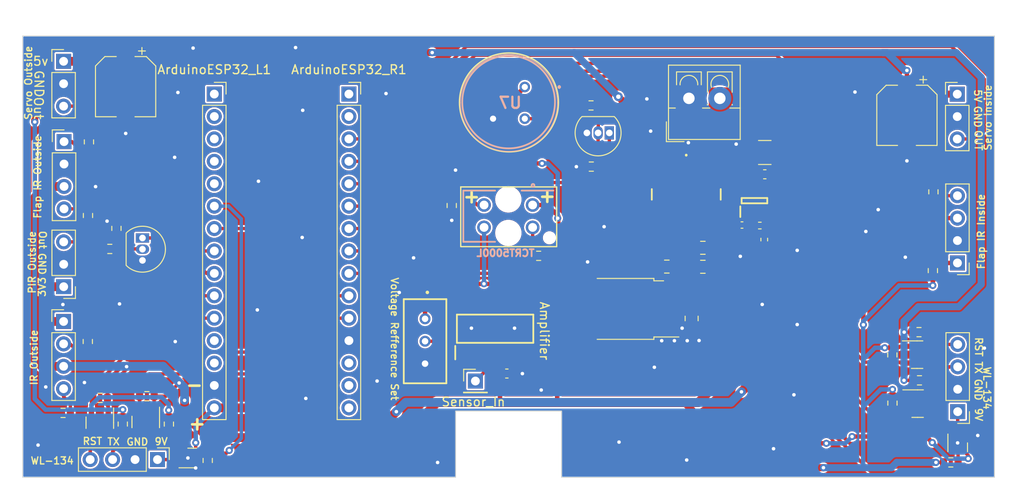
<source format=kicad_pcb>
(kicad_pcb (version 20240108) (generator "pcbnew") (generator_version "8.0")
  (layers (0 "F.Cu" signal) (31 "B.Cu" signal) (34 "B.Paste" user) (35 "F.Paste" user) (36 "B.SilkS" user "B.Silkscreen") (37 "F.SilkS" user "F.Silkscreen") (38 "B.Mask" user) (39 "F.Mask" user) (44 "Edge.Cuts" user))
  (net 0 "")
  (net 13 "Servo_Outside_PWM")
  (net 14 "Flap_IR_Outside")
  (net 15 "PIR_Outside")
  (net 16 "GND")
  (net 17 "+9V")
  (net 18 "RFID_Outside_3v3VIN")
  (net 19 "RFID_Inside_3v3VIN")
  (net 20 "RFID_Inside_3.3VRST")
  (net 21 "RFID_Outside_3.3VRST")
  (net 22 "IR_Outside")
  (net 23 "TCRT5000L")
  (net 24 "Flap_IR_Inside")
  (net 25 "PIR_IN1")
  (net 26 "Servo_Inside_PWM")
  (net 27 "+5V")
  (net 28 "+3V3")
  (net 29 "/SW")
  (net 30 "/CB")
  (net 31 "Net-(J2-Pin_4)")
  (net 32 "Net-(P1-In)")
  (net 33 "Net-(P2-E+)")
  (net 34 "Net-(P4-E+)")
  (net 35 "RFID_Inside_Vin")
  (net 36 "RFID_Inside_5VIN")
  (net 37 "RFID_Inside_5VRST")
  (net 38 "RFID_Outside_Vin")
  (net 39 "RFID_Outside_5VIN")
  (net 40 "RFID_Outside_5VRST")
  (net 41 "Net-(Q5-B)")
  (net 42 "Net-(Q6-B)")
  (net 43 "Net-(R1-Pad1)")
  (net 44 "/FB")
  (net 45 "RFID-Inside-EN")
  (net 46 "RFID-Outside-EN")
  (net 49 "/PIR_Out")
  (net 50 "Amplifier_Out")
  (net 51 "Net-(U4A--)")
  (net 52 "Net-(J3-Pin_1)")
  (footprint "Resistor_SMD:R_0603_1608Metric" (layer "F.Cu") (at 111.32 143.975 -90)
    (property "Reference" "R6" (hide yes))
    (property "Value" "10k" (hide yes))
  )
  (footprint "Capacitor_SMD:C_1210_3225Metric" (layer "F.Cu") (at 184 113.2)
    (property "Reference" "C4" (hide yes))
    (property "Value" "4.7u" (hide yes))
  )
  (footprint "Capacitor_SMD:C_0402_1005Metric" (layer "F.Cu") (at 181.42 121.42)
    (property "Reference" "C3" (hide yes))
    (property "Value" "100n" (hide yes))
  )
  (footprint "Resistor_SMD:R_0603_1608Metric" (layer "F.Cu") (at 104.56 142.71 180)
    (property "Reference" "R26" (hide yes))
    (property "Value" "200R" (hide yes))
  )
  (footprint "Connector_PinHeader_2.54mm:PinHeader_1x04_P2.54mm_Vertical" (layer "F.Cu") (at 104.62 132.35)
    (property "Reference" "J2" (hide yes))
    (property "Value" "Screw_Terminal_01x04" (hide yes))
  )
  (footprint "Package_TO_SOT_SMD:SOT-23" (layer "F.Cu") (at 108.72 143.82 -90)
    (property "Reference" "Q4" (hide yes))
    (property "Value" "BSS138" (hide yes))
  )
  (footprint "Resistor_SMD:R_0402_1005Metric" (layer "F.Cu") (at 183.44 121.48 180)
    (property "Reference" "R23" (hide yes))
    (property "Value" "22.1k" (hide yes))
  )
  (footprint "Resistor_SMD:R_0603_1608Metric" (layer "F.Cu") (at 205.06 148.32)
    (property "Reference" "R15" (hide yes))
    (property "Value" "10k" (hide yes))
  )
  (footprint "Alexander Project1:LMR54410DBVR" (layer "F.Cu") (at 182.83 118.66 90)
    (property "Reference" "U6" (hide yes))
    (property "Value" "LMR54410DBVR" (hide yes))
  )
  (footprint "Connector_PinHeader_2.54mm:PinHeader_1x04_P2.54mm_Vertical" (layer "F.Cu") (at 115.25 148 -90)
    (property "Reference" "P10" (hide yes))
    (property "Value" "RFID OutSide" (hide yes))
  )
  (footprint "Resistor_SMD:R_0603_1608Metric" (layer "F.Cu") (at 107.38 120.34 -90)
    (property "Reference" "R22" (hide yes))
    (property "Value" "10k" (hide yes))
  )
  (footprint "Capacitor_SMD:C_0805_2012Metric" (layer "F.Cu") (at 172.91 126.13 180)
    (property "Reference" "C1" (hide yes))
    (property "Value" "10u" (hide yes))
  )
  (footprint "Package_SON:WSON-6-1EP_2x2mm_P0.65mm_EP1x1.6mm" (layer "F.Cu") (at 118.6825 147.82)
    (property "Reference" "U1" (hide yes))
    (property "Value" "TPS22810DRV" (hide yes))
  )
  (footprint "Resistor_SMD:R_0603_1608Metric" (layer "F.Cu") (at 120.935 148.1 90)
    (property "Reference" "R20" (hide yes))
    (property "Value" "10k" (hide yes))
  )
  (footprint "Resistor_SMD:R_0603_1608Metric" (layer "F.Cu") (at 107.49 112 90)
    (property "Reference" "R21" (hide yes))
    (property "Value" "566R" (hide yes))
  )
  (footprint "Connector_PinHeader_2.54mm:PinHeader_1x04_P2.54mm_Vertical" (layer "F.Cu") (at 205.81 125.72 180)
    (property "Reference" "P2" (hide yes))
    (property "Value" "Flap IR Inside")
  )
  (footprint "Package_TO_SOT_SMD:SOT-23" (layer "F.Cu") (at 113.92 143.7375 -90)
    (property "Reference" "Q3" (hide yes))
    (property "Value" "BSS138" (hide yes))
  )
  (footprint "TerminalBlock_4Ucon:TerminalBlock_4Ucon_1x02_P3.50mm_Vertical" (layer "F.Cu") (at 175.41 107.065)
    (property "Reference" "J1" (hide yes))
    (property "Value" "Screw_Terminal_01x02" (hide yes))
  )
  (footprint "Resistor_SMD:R_0603_1608Metric" (layer "F.Cu") (at 114.05 140.8175 180)
    (property "Reference" "R16" (hide yes))
    (property "Value" "10k" (hide yes))
  )
  (footprint "Resistor_SMD:R_0603_1608Metric" (layer "F.Cu") (at 110.6 121.8 90)
    (property "Reference" "R9" (hide yes))
    (property "Value" "33k" (hide yes))
  )
  (footprint "Connector_PinSocket_2.54mm:PinSocket_1x15_P2.54mm_Vertical" (layer "F.Cu") (at 121.68 106.58)
    (property "Reference" "ArduinoESP32_L1")
    (property "Value" "VIN-D13")
  )
  (footprint "Resistor_SMD:R_0603_1608Metric" (layer "F.Cu") (at 148.56 119.21 -90)
    (property "Reference" "R1" (hide yes))
    (property "Value" "200R" (hide yes))
  )
  (footprint "Package_TO_SOT_SMD:TO-252-3_TabPin2" (layer "F.Cu") (at 168.135 130.925 180)
    (property "Reference" "U3" (hide yes))
    (property "Value" "LM1117DT-3.3" (hide yes))
  )
  (footprint "Connector_PinHeader_2.54mm:PinHeader_1x03_P2.54mm_Vertical" (layer "F.Cu") (at 104.62 102.87)
    (property "Reference" "P12" (hide yes))
    (property "Value" "Servo Outside" (hide yes))
  )
  (footprint "Resistor_SMD:R_0603_1608Metric" (layer "F.Cu") (at 107.36 134.62 90)
    (property "Reference" "R25" (hide yes))
    (property "Value" "10k" (hide yes))
  )
  (footprint "Capacitor_SMD:C_0805_2012Metric" (layer "F.Cu") (at 175.72 132.01 -90)
    (property "Reference" "C2" (hide yes))
    (property "Value" "10u" (hide yes))
  )
  (footprint "Resistor_SMD:R_0603_1608Metric" (layer "F.Cu") (at 201.4575 133.56)
    (property "Reference" "R14" (hide yes))
    (property "Value" "10k" (hide yes))
  )
  (footprint "Alexander Project1:SDR0805120ML" (layer "F.Cu") (at 175.11 117.95 180)
    (property "Reference" "L1" (hide yes))
    (property "Value" "12u" (hide yes))
  )
  (footprint "Package_TO_SOT_THT:TO-92_Inline" (layer "F.Cu") (at 166.4 110.98 180)
    (property "Reference" "Q6" (hide yes))
    (property "Value" "BC546B" (hide yes))
  )
  (footprint "Capacitor_SMD:CP_Elec_6.3x7.7" (layer "F.Cu") (at 111.64 105.74 -90)
    (property "Reference" "C8" (hide yes))
    (property "Value" "100u" (hide yes))
  )
  (footprint "Resistor_SMD:R_0402_1005Metric" (layer "F.Cu") (at 183.94 123.07 90)
    (property "Reference" "R10" (hide yes))
    (property "Value" "118k" (hide yes))
  )
  (footprint "Capacitor_SMD:C_0603_1608Metric" (layer "F.Cu") (at 154.8 138.25)
    (property "Reference" "C10" (hide yes))
    (property "Value" "100n" (hide yes))
  )
  (footprint "Resistor_SMD:R_0603_1608Metric" (layer "F.Cu") (at 116.54 143.9775 -90)
    (property "Reference" "R18" (hide yes))
    (property "Value" "10k" (hide yes))
  )
  (footprint "Resistor_SMD:R_0603_1608Metric" (layer "F.Cu") (at 203.09 117.66 90)
    (property "Reference" "R24" (hide yes))
    (property "Value" "10k" (hide yes))
  )
  (footprint "Resistor_SMD:R_0603_1608Metric" (layer "F.Cu") (at 164.36 114.8 180)
    (property "Reference" "R7" (hide yes))
    (property "Value" "33k" (hide yes))
  )
  (footprint "Resistor_SMD:R_0603_1608Metric" (layer "F.Cu") (at 198.4525 141.6 -90)
    (property "Reference" "R11" (hide yes))
    (property "Value" "10k" (hide yes))
  )
  (footprint "Connector_PinHeader_2.54mm:PinHeader_1x04_P2.54mm_Vertical" (layer "F.Cu") (at 104.67 111.97)
    (property "Reference" "P4" (hide yes))
    (property "Value" "Flap IR Outside")
  )
  (footprint "Alexander Project1:SOIC127P600X175-14N" (layer "F.Cu") (at 153.47 133.17 90)
    (property "Reference" "U4" (hide yes))
    (property "Value" "LM324" (hide yes))
  )
  (footprint "Connector_PinHeader_2.54mm:PinHeader_1x04_P2.54mm_Vertical" (layer "F.Cu") (at 205.84 142.57 180)
    (property "Reference" "P9" (hide yes))
    (property "Value" "RFID Inside" (hide yes))
  )
  (footprint "Capacitor_SMD:CP_Elec_6.3x7.7" (layer "F.Cu") (at 200.09 108.99 -90)
    (property "Reference" "C9" (hide yes))
    (property "Value" "100u" (hide yes))
  )
  (footprint "Resistor_SMD:R_0603_1608Metric" (layer "F.Cu") (at 198.4425 136.14 -90)
    (property "Reference" "R13" (hide yes))
    (property "Value" "10k" (hide yes))
  )
  (footprint "Capacitor_SMD:C_0805_2012Metric" (layer "F.Cu") (at 176.99 126.15)
    (property "Reference" "C7" (hide yes))
    (property "Value" "10u" (hide yes))
  )
  (footprint "Package_SON:WSON-6-1EP_2x2mm_P0.65mm_EP1x1.6mm" (layer "F.Cu") (at 205.84 146.1075 -90)
    (property "Reference" "U2" (hide yes))
    (property "Value" "TPS22810DRV" (hide yes))
  )
  (footprint "Connector_PinHeader_2.54mm:PinHeader_1x03_P2.54mm_Vertical" (layer "F.Cu") (at 104.63 128.41 180)
    (property "Reference" "P1" (hide yes))
    (property "Value" "PIR Outside" (hide yes))
  )
  (footprint "Package_TO_SOT_SMD:SOT-23" (layer "F.Cu") (at 201.2425 136.11)
    (property "Reference" "Q2" (hide yes))
    (property "Value" "BSS138" (hide yes))
  )
  (footprint "Connector_PinHeader_2.54mm:PinHeader_1x01_P2.54mm_Vertical" (layer "F.Cu") (at 151.24 139.1)
    (property "Reference" "J3" (hide yes))
    (property "Value" "Screw_Terminal_01x01" (hide yes))
  )
  (footprint "Connector_PinHeader_2.54mm:PinHeader_1x03_P2.54mm_Vertical" (layer "F.Cu") (at 205.79 106.59)
    (property "Reference" "P11" (hide yes))
    (property "Value" "Servo Inside" (hide yes))
  )
  (footprint "Resistor_SMD:R_0603_1608Metric" (layer "F.Cu") (at 158.4 124.91)
    (property "Reference" "R3" (hide yes))
    (property "Value" "10k" (hide yes))
  )
  (footprint "Package_TO_SOT_THT:TO-92_Inline" (layer "F.Cu") (at 113.55 122.89 -90)
    (property "Reference" "Q5" (hide yes))
    (property "Value" "BC546B" (hide yes))
  )
  (footprint "Resistor_SMD:R_0603_1608Metric" (layer "F.Cu") (at 109.85 124.13)
    (property "Reference" "R8" (hide yes))
    (property "Value" "33k" (hide yes))
  )
  (footprint "Capacitor_SMD:C_0603_1608Metric" (layer "F.Cu") (at 184 115.67)
    (property "Reference" "C6" (hide yes))
    (property "Value" "100n" (hide yes))
  )
  (footprint "Resistor_SMD:R_0603_1608Metric" (layer "F.Cu") (at 164.33 107.87)
    (property "Reference" "R2" (hide yes))
    (property "Value" "33k" (hide yes))
  )
  (footprint "Resistor_SMD:R_0603_1608Metric" (layer "F.Cu") (at 203.03 126.585 -90)
    (property "Reference" "R5" (hide yes))
    (property "Value" "566R" (hide yes))
  )
  (footprint "Capacitor_SMD:C_0805_2012Metric" (layer "F.Cu") (at 176.99 124)
    (property "Reference" "C5" (hide yes))
    (property "Value" "10u" (hide yes))
  )
  (footprint "Alexander Project1:3296W-1" (layer "F.Cu") (at 145.54 134.59 -90)
    (property "Reference" "RV1" (hide yes))
    (property "Value" "10k" (hide yes))
  )
  (footprint "Resistor_SMD:R_0603_1608Metric" (layer "F.Cu") (at 108.76 141.01 180)
    (property "Reference" "R4" (hide yes))
    (property "Value" "10k" (hide yes))
  )
  (footprint "Package_TO_SOT_SMD:SOT-23" (layer "F.Cu") (at 201.3025 141.66)
    (property "Reference" "Q1" (hide yes))
    (property "Value" "BSS138" (hide yes))
  )
  (footprint "Connector_PinSocket_2.54mm:PinSocket_1x15_P2.54mm_Vertical" (layer "F.Cu") (at 136.92 106.58)
    (property "Reference" "ArduinoESP32_R1")
    (property "Value" "Pin TX1-D12")
  )
  (footprint "Resistor_SMD:R_0603_1608Metric" (layer "F.Cu") (at 201.5125 139.02)
    (property "Reference" "R12" (hide yes))
    (property "Value" "10k" (hide yes))
  )
  (footprint "Alexander Project1:AMN33111" (layer "B.Cu") (at 156.83 105.778 180)
    (property "Reference" "U7")
    (property "Value" "AMN33111" (hide yes))
  )
  (footprint "Alexander Project1:TCRT5000L" (layer "B.Cu") (at 154.97 120.42 180)
    (property "Reference" "U5" (hide yes))
    (property "Value" "TCRT5000L")
  )
  (gr_circle (center 155 107.484) (end 160.25 107.484) (stroke (width 0.2)) (fill none) (layer "B.SilkS"))
  (gr_rect (start 149.58 117.1) (end 160.44 123.87) (stroke (width 0.15)) (fill none) (layer "F.SilkS"))
  (gr_circle (center 155.04 107.525301) (end 158.17 112.175301) (stroke (width 0.15)) (fill none) (layer "F.SilkS"))
  (gr_line (start 149 150) (end 100 150) (stroke (width 0.1)) (layer "Edge.Cuts"))
  (gr_line (start 210 100) (end 210 150) (stroke (width 0.1)) (layer "Edge.Cuts"))
  (gr_line (start 100 150) (end 100 100) (stroke (width 0.1)) (layer "Edge.Cuts"))
  (gr_line (start 100 100) (end 210 100) (stroke (width 0.1)) (layer "Edge.Cuts"))
  (gr_line (start 149 150) (end 149 142.5) (stroke (width 0.1)) (layer "Edge.Cuts"))
  (gr_line (start 161 142.5) (end 161 150) (stroke (width 0.1)) (layer "Edge.Cuts"))
  (gr_line (start 161 150) (end 210 150) (stroke (width 0.1)) (layer "Edge.Cuts"))
  (gr_line (start 149 142.5) (end 161 142.5) (stroke (width 0.1)) (layer "Edge.Cuts"))
  (gr_text "WL-134" (at 100.81 148.6 0) (layer "F.SilkS") (effects (font (size 0.8 0.8)) (justify left bottom)))
  (gr_text "5v" (at 101.07 103.44 0) (layer "F.SilkS") (effects (font (size 1 1)) (justify left bottom)))
  (gr_text "RST" (at 207.75 134.05 -90) (layer "F.SilkS") (effects (font (size 0.8 0.8)) (justify left bottom)))
  (gr_text "TX" (at 207.73 136.79 -90) (layer "F.SilkS") (effects (font (size 0.8 0.8)) (justify left bottom)))
  (gr_text "GND" (at 101.7 124.5 270) (layer "F.SilkS") (effects (font (size 0.8 0.8)) (justify left bottom)))
  (gr_text "TX" (at 109.49 146.44 0) (layer "F.SilkS") (effects (font (size 0.8 0.8)) (justify left bottom)))
  (gr_text "PIR Outside" (at 101.52 129.27 90) (layer "F.SilkS") (effects (font (size 0.8 0.8)) (justify left bottom)))
  (gr_text "GND" (at 207.64 107.83 -90) (layer "F.SilkS") (effects (font (size 0.8 0.8)) (justify left bottom)))
  (gr_text "IR Outside" (at 101.74 139.65 90) (layer "F.SilkS") (effects (font (size 0.8 0.8)) (justify left bottom)))
  (gr_text "GND" (at 207.7 138.76 -90) (layer "F.SilkS") (effects (font (size 0.8 0.8)) (justify left bottom)))
  (gr_text "Out" (at 101.77 122 270) (layer "F.SilkS") (effects (font (size 0.8 0.8)) (justify left bottom)))
  (gr_text "-\n" (at 118.304646 140.395551 0) (layer "F.SilkS") (effects (font (size 1.5 1.5) (thickness 0.3) (bold yes)) (justify left bottom)))
  (gr_text "9V" (at 207.75 142.08 270) (layer "F.SilkS") (effects (font (size 0.8 0.8)) (justify left bottom)))
  (gr_text "RST" (at 106.7 146.39 0) (layer "F.SilkS") (effects (font (size 0.8 0.8)) (justify left bottom)))
  (gr_text "+" (at 158.25066 118.989279 0) (layer "F.SilkS") (effects (font (size 1.5 1.5) (thickness 0.3) (bold yes)) (justify left bottom)))
  (gr_text "GND" (at 101.25 103.79 -90) (layer "F.SilkS") (effects (font (size 1 1)) (justify left bottom)))
  (gr_text "OUT" (at 207.71 110.59 -90) (layer "F.SilkS") (effects (font (size 0.8 0.8)) (justify left bottom)))
  (gr_text "+" (at 118.622319 144.777572 0) (layer "F.SilkS") (effects (font (size 1.5 1.5) (thickness 0.3) (bold yes)) (justify left bottom)))
  (gr_text "Servo Outside" (at 101.11 109.58 90) (layer "F.SilkS") (effects (font (size 0.8 0.8)) (justify left bottom)))
  (gr_text "Voltage Refference Set" (at 141.62 127.28 -90) (layer "F.SilkS") (effects (font (size 0.8 0.8)) (justify left bottom)))
  (gr_text "3V3" (at 102.65 129.64 90) (layer "F.SilkS") (effects (font (size 0.8 0.8)) (justify left bottom)))
  (gr_text "Out" (at 101.2 106.82 -90) (layer "F.SilkS") (effects (font (size 1 1)) (justify left bottom)))
  (gr_text "Sensor_In" (at 147.32 142.05 0) (layer "F.SilkS") (effects (font (size 1 1)) (justify left bottom)))
  (gr_text "Servo Inside" (at 209.73 113.06 90) (layer "F.SilkS") (effects (font (size 0.8 0.8)) (justify left bottom)))
  (gr_text "9V" (at 114.84 146.42 0) (layer "F.SilkS") (effects (font (size 0.8 0.8)) (justify left bottom)))
  (gr_text "WL-134" (at 208.69 137.38 -90) (layer "F.SilkS") (effects (font (size 0.8 0.8)) (justify left bottom)))
  (gr_text "Amplifier" (at 158.47 130.02 -90) (layer "F.SilkS") (effects (font (size 1 1)) (justify left bottom)))
  (gr_text "GND" (at 111.65 146.46 0) (layer "F.SilkS") (effects (font (size 0.8 0.8)) (justify left bottom)))
  (gr_text "+" (at 149.687753 119.039064 0) (layer "F.SilkS") (effects (font (size 1.5 1.5) (thickness 0.3) (bold yes)) (justify left bottom)))
  (gr_text "5V" (at 207.65 105.97 -90) (layer "F.SilkS") (effects (font (size 0.8 0.8)) (justify left bottom)))
  (segment (start 120.13 124.36) (end 121.68 124.36) (width 0.381) (layer "F.Cu") (net 13))
  (segment (start 104.62 107.95) (end 107.72 107.95) (width 0.381) (layer "F.Cu") (net 13))
  (segment (start 109.67 109.9) (end 109.67 113.9) (width 0.381) (layer "F.Cu") (net 13))
  (segment (start 109.67 113.9) (end 120.13 124.36) (width 0.381) (layer "F.Cu") (net 13))
  (segment (start 107.72 107.95) (end 109.67 109.9) (width 0.381) (layer "F.Cu") (net 13))
  (segment (start 107.38 119.515) (end 113.425 119.515) (width 0.381) (layer "F.Cu") (net 14))
  (segment (start 107.305 119.59) (end 107.38 119.515) (width 0.381) (layer "F.Cu") (net 14))
  (segment (start 113.425 119.515) (end 120.81 126.9) (width 0.381) (layer "F.Cu") (net 14))
  (segment (start 120.81 126.9) (end 121.68 126.9) (width 0.381) (layer "F.Cu") (net 14))
  (segment (start 104.67 119.59) (end 107.305 119.59) (width 0.381) (layer "F.Cu") (net 14))
  (segment (start 118.6 129.44) (end 121.68 129.44) (width 0.381) (layer "F.Cu") (net 15))
  (segment (start 114.88 122.89) (end 115.95 123.96) (width 0.381) (layer "F.Cu") (net 15))
  (segment (start 115.95 123.96) (end 115.95 126.79) (width 0.381) (layer "F.Cu") (net 15))
  (segment (start 113.55 122.89) (end 114.88 122.89) (width 0.381) (layer "F.Cu") (net 15))
  (segment (start 115.95 126.79) (end 118.6 129.44) (width 0.381) (layer "F.Cu") (net 15))
  (segment (start 148.56 120.035) (end 148.56 120.89) (width 0.381) (layer "F.Cu") (net 16))
  (segment (start 204.54 109.13) (end 201.98 111.69) (width 0.5) (layer "F.Cu") (net 16))
  (segment (start 201.98 111.69) (end 200.09 111.69) (width 0.5) (layer "F.Cu") (net 16))
  (segment (start 110.6 120.975) (end 109.545 120.975) (width 0.381) (layer "F.Cu") (net 16))
  (segment (start 111.64 111.03) (end 111.65 111.04) (width 1) (layer "F.Cu") (net 16))
  (segment (start 111.64 108.44) (end 111.64 111.03) (width 1) (layer "F.Cu") (net 16))
  (segment (start 163.535 114.8) (end 162.68 114.8) (width 0.381) (layer "F.Cu") (net 16))
  (segment (start 155.575 138.25) (end 156.55 138.25) (width 0.5) (layer "F.Cu") (net 16))
  (segment (start 107.36 105.41) (end 110.39 108.44) (width 1) (layer "F.Cu") (net 16))
  (segment (start 109.545 120.975) (end 109.54 120.98) (width 0.381) (layer "F.Cu") (net 16))
  (segment (start 162.68 114.8) (end 162.67 114.81) (width 0.381) (layer "F.Cu") (net 16))
  (segment (start 200.09 111.69) (end 200.09 114.15) (width 0.5) (layer "F.Cu") (net 16))
  (segment (start 205.79 109.13) (end 204.54 109.13) (width 0.5) (layer "F.Cu") (net 16))
  (segment (start 156.55 138.25) (end 156.56 138.26) (width 0.5) (layer "F.Cu") (net 16))
  (segment (start 110.39 108.44) (end 111.64 108.44) (width 1) (layer "F.Cu") (net 16))
  (segment (start 119.57 148.47) (end 119.57 148.95) (width 0.381) (layer "F.Cu") (net 16))
  (segment (start 104.62 105.41) (end 107.36 105.41) (width 1) (layer "F.Cu") (net 16))
  (via (at 140.11 139.1) (size 0.8) (drill 0.4) (layers "F.Cu" "B.Cu") (net 16))
  (via (at 187.67 132.7) (size 0.8) (drill 0.4) (layers "F.Cu" "B.Cu") (net 16))
  (via (at 200.09 114.15) (size 0.8) (drill 0.4) (layers "F.Cu" "B.Cu") (net 16))
  (via (at 148.56 120.89) (size 0.8) (drill 0.4) (layers "F.Cu" "B.Cu") (net 16))
  (via (at 132.04 141.07) (size 0.8) (drill 0.4) (layers "F.Cu" "B.Cu") (net 16))
  (via (at 146.96 148.33) (size 0.8) (drill 0.4) (layers "F.Cu" "B.Cu") (net 16))
  (via (at 117.26 134.63) (size 0.8) (drill 0.4) (layers "F.Cu" "B.Cu") (net 16))
  (via (at 102.6 139.77) (size 0.8) (drill 0.4) (layers "F.Cu" "B.Cu") (net 16))
  (via (at 162.67 114.81) (size 0.8) (drill 0.4) (layers "F.Cu" "B.Cu") (net 16))
  (via (at 110.95 130.36) (size 0.8) (drill 0.4) (layers "F.Cu" "B.Cu") (net 16))
  (via (at 208.86 135.37) (size 0.8) (drill 0.4) (layers "F.Cu" "B.Cu") (net 16))
  (via (at 142.62 129.07) (size 0.8) (drill 0.4) (layers "F.Cu" "B.Cu") (net 16))
  (via (at 108.24 117.07) (size 0.8) (drill 0.4) (layers "F.Cu" "B.Cu") (net 16))
  (via (at 111.65 111.04) (size 0.8) (drill 0.4) (layers "F.Cu" "B.Cu") (net 16))
  (via (at 119.57 148.95) (size 0.8) (drill 0.4) (layers "F.Cu" "B.Cu") (net 16))
  (via (at 165.81 121.61) (size 0.8) (drill 0.4) (layers "F.Cu" "B.Cu") (net 16))
  (via (at 155.67 133.11) (size 0.8) (drill 0.4) (layers "F.Cu" "B.Cu") (net 16))
  (via (at 183.71 130.42) (size 0.8) (drill 0.4) (layers "F.Cu" "B.Cu") (net 16))
  (via (at 141.12 106.52) (size 0.8) (drill 0.4) (layers "F.Cu" "B.Cu") (net 16))
  (via (at 117.56 106.4) (size 0.8) (drill 0.4) (layers "F.Cu" "B.Cu") (net 16))
  (via (at 205.83 146.11) (size 0.8) (drill 0.4) (layers "F.Cu" "B.Cu") (net 16))
  (via (at 208.11 145.27) (size 0.8) (drill 0.4) (layers "F.Cu" "B.Cu") (net 16))
  (via (at 196.84 119.68) (size 0.8) (drill 0.4) (layers "F.Cu" "B.Cu") (net 16))
  (via (at 175.16 148.05) (size 0.8) (drill 0.4) (layers "F.Cu" "B.Cu") (net 16))
  (via (at 171.5 137.54) (size 0.8) (drill 0.4) (layers "F.Cu" "B.Cu") (net 16))
  (via (at 184.99 146.77) (size 0.8) (drill 0.4) (layers "F.Cu" "B.Cu") (net 16))
  (via (at 126.55 131.04) (size 0.8) (drill 0.4) (layers "F.Cu" "B.Cu") (net 16))
  (via (at 148.99 115.2) (size 0.8) (drill 0.4) (layers "F.Cu" "B.Cu") (net 16))
  (via (at 175.22 134.53) (size 0.8) (drill 0.4) (layers "F.Cu" "B.Cu") (net 16))
  (via (at 144.24 125.14) (size 0.8) (drill 0.4) (layers "F.Cu" "B.Cu") (net 16))
  (via (at 171.08 110.78) (size 0.8) (drill 0.4) (layers "F.Cu" "B.Cu") (net 16))
  (via (at 181.23 124.97) (size 0.8) (drill 0.4) (layers "F.Cu" "B.Cu") (net 16))
  (via (at 118.69 147.82) (size 0.8) (drill 0.4) (layers "F.Cu" "B.Cu") (net 16))
  (via (at 173.77 134.53) (size 0.8) (drill 0.4) (layers "F.Cu" "B.Cu") (net 16))
  (via (at 101.73 146.36) (size 0.8) (drill 0.4) (layers "F.Cu" "B.Cu") (net 16))
  (via (at 172.33 134.53) (size 0.8) (drill 0.4) (layers "F.Cu" "B.Cu") (net 16))
  (via (at 104.54 130.43) (size 0.8) (drill 0.4) (layers "F.Cu" "B.Cu") (net 16))
  (via (at 131.63 122.83) (size 0.8) (drill 0.4) (layers "F.Cu" "B.Cu") (net 16))
  (via (at 170.65 107.13) (size 0.8) (drill 0.4) (layers "F.Cu" "B.Cu") (net 16))
  (via (at 174.64 133.11) (size 0.8) (drill 0.4) (layers "F.Cu" "B.Cu") (net 16))
  (via (at 187.3 140.66) (size 0.8) (drill 0.4) (layers "F.Cu" "B.Cu") (net 16))
  (via (at 167.5 146.02) (size 0.8) (drill 0.4) (layers "F.Cu" "B.Cu") (net 16))
  (via (at 176.56 134.51) (size 0.8) (drill 0.4) (layers "F.Cu" "B.Cu") (net 16))
  (via (at 126.68 116.46) (size 0.8) (drill 0.4) (layers "F.Cu" "B.Cu") (net 16))
  (via (at 156.56 138.26) (size 0.8) (drill 0.4) (layers "F.Cu" "B.Cu") (net 16))
  (via (at 130.88 101.31) (size 0.8) (drill 0.4) (layers "F.Cu" "B.Cu") (net 16))
  (via (at 180.76 112.25) (size 0.8) (drill 0.4) (layers "F.Cu" "B.Cu") (net 16))
  (via (at 150.79 133.11) (size 0.8) (drill 0.4) (layers "F.Cu" "B.Cu") (net 16))
  (via (at 187.67 124.29) (size 0.8) (drill 0.4) (layers "F.Cu" "B.Cu") (net 16))
  (via (at 163.94 125.6) (size 0.8) (drill 0.4) (layers "F.Cu" "B.Cu") (net 16))
  (via (at 117.19 113.75) (size 0.8) (drill 0.4) (layers "F.Cu" "B.Cu") (net 16))
  (via (at 119.28 101.37) (size 0.8) (drill 0.4) (layers "F.Cu" "B.Cu") (net 16))
  (via (at 194.21 106.35) (size 0.8) (drill 0.4) (layers "F.Cu" "B.Cu") (net 16))
  (via (at 131.69 108.42) (size 0.8) (drill 0.4) (layers "F.Cu" "B.Cu") (net 16))
  (via (at 106.98 139.27) (size 0.8) (drill 0.4) (layers "F.Cu" "B.Cu") (net 16))
  (via (at 195.44 122.15) (size 0.8) (drill 0.4) (layers "F.Cu" "B.Cu") (net 16))
  (via (at 158.69 140.12) (size 0.8) (drill 0.4) (layers "F.Cu" "B.Cu") (net 16))
  (via (at 175.35 112.09) (size 0.8) (drill 0.4) (layers "F.Cu" "B.Cu") (net 16))
  (via (at 109.54 120.98) (size 0.8) (drill 0.4) (layers "F.Cu" "B.Cu") (net 16))
  (via (at 199.91 125.07) (size 0.8) (drill 0.4) (layers "F.Cu" "B.Cu") (net 16))
  (segment (start 121.68 142.14) (end 127.28 142.14) (width 1) (layer "F.Cu") (net 17))
  (segment (start 202.28 145.39) (end 202.96 146.07) (width 0.5) (layer "F.Cu") (net 17))
  (segment (start 187.54 111.73) (end 185.69 109.88) (width 1) (layer "F.Cu") (net 17))
  (segment (start 187.66 146.16) (end 190.97 146.16) (width 0.5) (layer "F.Cu") (net 17))
  (segment (start 130.76 145.62) (end 139.24 145.62) (width 1) (layer "F.Cu") (net 17))
  (segment (start 187.54 116.41) (end 187.54 111.73) (width 1) (layer "F.Cu") (net 17))
  (segment (start 206.493 146.998) (end 206.49 146.998) (width 0.381) (layer "F.Cu") (net 17))
  (segment (start 139.24 145.62) (end 142.29 142.57) (width 1) (layer "F.Cu") (net 17))
  (segment (start 182.785 138.895) (end 182.785 141.285) (width 0.5) (layer "F.Cu") (net 17))
  (segment (start 181.36 140.32) (end 182.785 138.895) (width 1) (layer "F.Cu") (net 17))
  (segment (start 182.785 141.285) (end 187.66 146.16) (width 0.5) (layer "F.Cu") (net 17))
  (segment (start 182.785 138.895) (end 186.12 135.56) (width 1) (layer "F.Cu") (net 17))
  (segment (start 207.03 147.89) (end 207.03 147.535) (width 0.381) (layer "F.Cu") (net 17))
  (segment (start 185.69 109.88) (end 182.93 109.88) (width 1) (layer "F.Cu") (net 17))
  (segment (start 119.573 146.097) (end 119.573 147.17) (width 0.381) (layer "F.Cu") (net 17))
  (segment (start 186.12 117.83) (end 187.54 116.41) (width 1) (layer "F.Cu") (net 17))
  (segment (start 119.58 146.09) (end 119.573 146.097) (width 0.381) (layer "F.Cu") (net 17))
  (segment (start 207.03 147.535) (end 206.493 146.998) (width 0.381) (layer "F.Cu") (net 17))
  (segment (start 127.28 142.14) (end 130.76 145.62) (width 1) (layer "F.Cu") (net 17))
  (segment (start 193.88 145.39) (end 202.28 145.39) (width 0.5) (layer "F.Cu") (net 17))
  (segment (start 186.12 135.56) (end 186.12 117.83) (width 1) (layer "F.Cu") (net 17))
  (via (at 142.29 142.57) (size 0.8) (drill 0.4) (layers "F.Cu" "B.Cu") (net 17))
  (via (at 190.97 146.16) (size 0.8) (drill 0.4) (layers "F.Cu" "B.Cu") (net 17))
  (via (at 119.58 146.09) (size 0.8) (drill 0.4) (layers "F.Cu" "B.Cu") (net 17))
  (via (at 181.36 140.32) (size 0.8) (drill 0.4) (layers "F.Cu" "B.Cu") (net 17))
  (via (at 193.88 145.39) (size 0.8) (drill 0.4) (layers "F.Cu" "B.Cu") (net 17))
  (via (at 207.03 147.89) (size 0.8) (drill 0.4) (layers "F.Cu" "B.Cu") (net 17))
  (via (at 202.96 146.07) (size 0.8) (drill 0.4) (layers "F.Cu" "B.Cu") (net 17))
  (segment (start 204.78 147.89) (end 207.03 147.89) (width 0.5) (layer "B.Cu") (net 17))
  (segment (start 143.34 141.52) (end 180.16 141.52) (width 1) (layer "B.Cu") (net 17))
  (segment (start 202.96 146.07) (end 204.78 147.89) (width 0.5) (layer "B.Cu") (net 17))
  (segment (start 190.97 146.16) (end 193.11 146.16) (width 0.5) (layer "B.Cu") (net 17))
  (segment (start 121.68 142.14) (end 119.58 144.24) (width 0.5) (layer "B.Cu") (net 17))
  (segment (start 142.29 142.57) (end 143.34 141.52) (width 1) (layer "B.Cu") (net 17))
  (segment (start 180.16 141.52) (end 181.36 140.32) (width 1) (layer "B.Cu") (net 17))
  (segment (start 193.11 146.16) (end 193.88 145.39) (width 0.5) (layer "B.Cu") (net 17))
  (segment (start 119.58 144.24) (end 119.58 146.09) (width 0.5) (layer "B.Cu") (net 17))
  (segment (start 127.404156 138.295844) (end 133.72 131.98) (width 0.381) (layer "F.Cu") (net 18))
  (segment (start 113.225 141.655) (end 113.225 140.8175) (width 0.381) (layer "F.Cu") (net 18))
  (segment (start 133.72 131.98) (end 136.92 131.98) (width 0.381) (layer "F.Cu") (net 18))
  (segment (start 113.225 140.8175) (end 113.225 139.395) (width 0.381) (layer "F.Cu") (net 18))
  (segment (start 114.324156 138.295844) (end 127.404156 138.295844) (width 0.381) (layer "F.Cu") (net 18))
  (segment (start 112.97 141.91) (end 113.225 141.655) (width 0.381) (layer "F.Cu") (net 18))
  (segment (start 113.225 139.395) (end 114.324156 138.295844) (width 0.381) (layer "F.Cu") (net 18))
  (segment (start 112.97 142.8) (end 112.97 141.91) (width 0.381) (layer "F.Cu") (net 18))
  (segment (start 183.42 103.99) (end 153.9 103.99) (width 0.381) (layer "F.Cu") (net 19))
  (segment (start 195.715 142.425) (end 191.57 138.28) (width 0.381) (layer "F.Cu") (net 19))
  (segment (start 138.61 119.28) (end 136.92 119.28) (width 0.381) (layer "F.Cu") (net 19))
  (segment (start 199.135 142.425) (end 198.4525 142.425) (width 0.381) (layer "F.Cu") (net 19))
  (segment (start 153.9 103.99) (end 138.61 119.28) (width 0.381) (layer "F.Cu") (net 19))
  (segment (start 198.4525 142.425) (end 195.715 142.425) (width 0.381) (layer "F.Cu") (net 19))
  (segment (start 199.32 142.61) (end 199.135 142.425) (width 0.381) (layer "F.Cu") (net 19))
  (segment (start 191.57 112.14) (end 183.42 103.99) (width 0.381) (layer "F.Cu") (net 19))
  (segment (start 200.365 142.61) (end 199.32 142.61) (width 0.381) (layer "F.Cu") (net 19))
  (segment (start 191.57 138.28) (end 191.57 112.14) (width 0.381) (layer "F.Cu") (net 19))
  (segment (start 198.4425 136.965) (end 195.305 136.965) (width 0.381) (layer "F.Cu") (net 20))
  (segment (start 200.305 137.06) (end 199.39 137.06) (width 0.381) (layer "F.Cu") (net 20))
  (segment (start 139.29 116.74) (end 136.92 116.74) (width 0.381) (layer "F.Cu") (net 20))
  (segment (start 193.01 134.67) (end 193.01 111.68) (width 0.381) (layer "F.Cu") (net 20))
  (segment (start 199.39 137.06) (end 199.295 136.965) (width 0.381) (layer "F.Cu") (net 20))
  (segment (start 199.295 136.965) (end 198.4425 136.965) (width 0.381) (layer "F.Cu") (net 20))
  (segment (start 193.01 111.68) (end 184.43 103.1) (width 0.381) (layer "F.Cu") (net 20))
  (segment (start 152.93 103.1) (end 139.29 116.74) (width 0.381) (layer "F.Cu") (net 20))
  (segment (start 195.305 136.965) (end 193.01 134.67) (width 0.381) (layer "F.Cu") (net 20))
  (segment (start 184.43 103.1) (end 152.93 103.1) (width 0.381) (layer "F.Cu") (net 20))
  (segment (start 134.36 129.44) (end 127.975844 135.824156) (width 0.381) (layer "F.Cu") (net 21))
  (segment (start 107.935 141.01) (end 107.935 139.865) (width 0.381) (layer "F.Cu") (net 21))
  (segment (start 111.975844 135.824156) (end 127.88 135.824156) (width 0.381) (layer "F.Cu") (net 21))
  (segment (start 127.975844 135.824156) (end 127.88 135.824156) (width 0.381) (layer "F.Cu") (net 21))
  (segment (start 107.935 139.865) (end 111.975844 135.824156) (width 0.381) (layer "F.Cu") (net 21))
  (segment (start 107.77 141.175) (end 107.935 141.01) (width 0.381) (layer "F.Cu") (net 21))
  (segment (start 107.77 142.8825) (end 107.77 141.175) (width 0.381) (layer "F.Cu") (net 21))
  (segment (start 136.92 129.44) (end 134.36 129.44) (width 0.381) (layer "F.Cu") (net 21))
  (segment (start 105.35 134.89) (end 105.905 135.445) (width 0.381) (layer "F.Cu") (net 22))
  (segment (start 104.62 134.89) (end 105.35 134.89) (width 0.381) (layer "F.Cu") (net 22))
  (segment (start 105.905 135.445) (end 107.36 135.445) (width 0.381) (layer "F.Cu") (net 22))
  (segment (start 107.36 135.445) (end 110.215 135.445) (width 0.381) (layer "F.Cu") (net 22))
  (segment (start 113.68 131.98) (end 121.68 131.98) (width 0.381) (layer "F.Cu") (net 22))
  (segment (start 110.215 135.445) (end 113.68 131.98) (width 0.381) (layer "F.Cu") (net 22))
  (segment (start 157.575 123.595) (end 157.575 124.91) (width 0.381) (layer "F.Cu") (net 23))
  (segment (start 157.72 123.45) (end 157.575 123.595) (width 0.381) (layer "F.Cu") (net 23))
  (segment (start 157.575 124.91) (end 157.575 125.945) (width 0.381) (layer "F.Cu") (net 23))
  (segment (start 157.72 121.69) (end 157.72 123.45) (width 0.381) (layer "F.Cu") (net 23))
  (segment (start 157.575 125.945) (end 156.62 126.9) (width 0.381) (layer "F.Cu") (net 23))
  (segment (start 156.62 126.9) (end 136.92 126.9) (width 0.381) (layer "F.Cu") (net 23))
  (segment (start 139.17 114.2) (end 136.92 114.2) (width 0.381) (layer "F.Cu") (net 24))
  (segment (start 204.61 118.1) (end 204.225 118.485) (width 0.381) (layer "F.Cu") (net 24))
  (segment (start 151.19 102.18) (end 139.17 114.2) (width 0.381) (layer "F.Cu") (net 24))
  (segment (start 185.32 102.18) (end 151.19 102.18) (width 0.381) (layer "F.Cu") (net 24))
  (segment (start 203.09 118.485) (end 201.625 118.485) (width 0.381) (layer "F.Cu") (net 24))
  (segment (start 205.81 118.1) (end 204.61 118.1) (width 0.381) (layer "F.Cu") (net 24))
  (segment (start 204.225 118.485) (end 203.09 118.485) (width 0.381) (layer "F.Cu") (net 24))
  (segment (start 201.625 118.485) (end 185.32 102.18) (width 0.381) (layer "F.Cu") (net 24))
  (segment (start 147.52 116.61) (end 139.77 124.36) (width 0.381) (layer "F.Cu") (net 25))
  (segment (start 139.77 124.36) (end 136.92 124.36) (width 0.381) (layer "F.Cu") (net 25))
  (segment (start 166.4 110.98) (end 166.4 115.24) (width 0.381) (layer "F.Cu") (net 25))
  (segment (start 165.03 116.61) (end 147.52 116.61) (width 0.381) (layer "F.Cu") (net 25))
  (segment (start 166.4 115.24) (end 165.03 116.61) (width 0.381) (layer "F.Cu") (net 25))
  (segment (start 136.92 111.66) (end 139.73 111.66) (width 0.381) (layer "F.Cu") (net 26))
  (segment (start 208.85 110.74) (end 207.92 111.67) (width 0.381) (layer "F.Cu") (net 26))
  (segment (start 208.85 104.9) (end 208.85 110.74) (width 0.381) (layer "F.Cu") (net 26))
  (segment (start 205.13 101.18) (end 208.85 104.9) (width 0.381) (layer "F.Cu") (net 26))
  (segment (start 139.73 111.66) (end 150.21 101.18) (width 0.381) (layer "F.Cu") (net 26))
  (segment (start 207.92 111.67) (end 205.79 111.67) (width 0.381) (layer "F.Cu") (net 26))
  (segment (start 150.21 101.18) (end 205.13 101.18) (width 0.381) (layer "F.Cu") (net 26))
  (segment (start 111.47 102.87) (end 111.64 103.04) (width 1) (layer "F.Cu") (net 27))
  (segment (start 116.54 143.1525) (end 116.54 142.42) (width 0.381) (layer "F.Cu") (net 27))
  (segment (start 200.6875 139.02) (end 199.76 139.02) (width 0.381) (layer "F.Cu") (net 27))
  (segment (start 101.35 109.73) (end 101.36 109.74) (width 0.8) (layer "F.Cu") (net 27))
  (segment (start 108.15 102.87) (end 111.47 102.87) (width 1) (layer "F.Cu") (net 27))
  (segment (start 107.02 101.09) (end 102.41 101.09) (width 0.8) (layer "F.Cu") (net 27))
  (segment (start 200.09 106.29) (end 203.16 106.29) (width 0.8) (layer "F.Cu") (net 27))
  (segment (start 167.88 107.34) (end 167.42 106.88) (width 0.8) (layer "F.Cu") (net 27))
  (segment (start 102.41 101.09) (end 101.35 102.15) (width 0.8) (layer "F.Cu") (net 27))
  (segment (start 183.44 125.81) (end 181.46 127.79) (width 0.381) (layer "F.Cu") (net 27))
  (segment (start 104.62 102.87) (end 108.15 102.87) (width 1) (layer "F.Cu") (net 27))
  (segment (start 101.35 102.15) (end 101.35 109.73) (width 0.8) (layer "F.Cu") (net 27))
  (segment (start 139.49 101.88) (end 146.35 101.88) (width 0.8) (layer "F.Cu") (net 27))
  (segment (start 116.54 142.42) (end 116.52 142.4) (width 0.381) (layer "F.Cu") (net 27))
  (segment (start 200.09 106.29) (end 200.09 103.9) (width 0.5) (layer "F.Cu") (net 27))
  (segment (start 111.64 103.04) (end 138.33 103.04) (width 0.8) (layer "F.Cu") (net 27))
  (segment (start 108.15 102.87) (end 108.15 102.22) (width 0.8) (layer "F.Cu") (net 27))
  (segment (start 175.11 120.5) (end 168.9 120.5) (width 0.8) (layer "F.Cu") (net 27))
  (segment (start 203.46 106.59) (end 205.79 106.59) (width 0.8) (layer "F.Cu") (net 27))
  (segment (start 181.46 127.79) (end 176.46 127.79) (width 0.381) (layer "F.Cu") (net 27))
  (segment (start 167.88 119.48) (end 167.88 107.34) (width 0.8) (layer "F.Cu") (net 27))
  (segment (start 183.94 123.58) (end 183.94 125.31) (width 0.381) (layer "F.Cu") (net 27))
  (segment (start 168.9 120.5) (end 167.88 119.48) (width 0.8) (layer "F.Cu") (net 27))
  (segment (start 200.6325 133.56) (end 199.78 133.56) (width 0.381) (layer "F.Cu") (net 27))
  (segment (start 108.15 102.22) (end 107.02 101.09) (width 0.8) (layer "F.Cu") (net 27))
  (segment (start 111.32 143.15) (end 111.32 142.34) (width 0.381) (layer "F.Cu") (net 27))
  (segment (start 138.33 103.04) (end 139.49 101.88) (width 0.8) (layer "F.Cu") (net 27))
  (segment (start 203.16 106.29) (end 203.46 106.59) (width 0.8) (layer "F.Cu") (net 27))
  (segment (start 183.94 125.31) (end 183.44 125.81) (width 0.381) (layer "F.Cu") (net 27))
  (via (at 167.42 106.88) (size 1) (drill 0.5) (layers "F.Cu" "B.Cu") (net 27))
  (via (at 199.76 139.02) (size 0.8) (drill 0.4) (layers "F.Cu" "B.Cu") (net 27))
  (via (at 199.78 133.56) (size 0.8) (drill 0.4) (layers "F.Cu" "B.Cu") (net 27))
  (via (at 200.09 103.9) (size 0.8) (drill 0.4) (layers "F.Cu" "B.Cu") (net 27))
  (via (at 146.35 101.88) (size 0.8) (drill 0.4) (layers "F.Cu" "B.Cu") (net 27))
  (via (at 111.32 142.34) (size 0.8) (drill 0.4) (layers "F.Cu" "B.Cu") (net 27))
  (via (at 101.36 109.74) (size 0.8) (drill 0.4) (layers "F.Cu" "B.Cu") (net 27))
  (via (at 116.52 142.4) (size 0.8) (drill 0.4) (layers "F.Cu" "B.Cu") (net 27))
  (segment (start 208.5 128.14) (end 205.96 130.68) (width 0.8) (layer "B.Cu") (net 27))
  (segment (start 205.69 101.88) (end 208.5 104.69) (width 0.8) (layer "B.Cu") (net 27))
  (segment (start 197.37 101.88) (end 205.69 101.88) (width 0.8) (layer "B.Cu") (net 27))
  (segment (start 162.42 101.88) (end 146.35 101.88) (width 0.8) (layer "B.Cu") (net 27))
  (segment (start 108.65 140.94) (end 115.73 140.94) (width 0.5) (layer "B.Cu") (net 27))
  (segment (start 116.52 141.73) (end 116.52 142.4) (width 0.5) (layer "B.Cu") (net 27))
  (segment (start 167.42 106.88) (end 162.42 101.88) (width 0.8) (layer "B.Cu") (net 27))
  (segment (start 197.37 101.88) (end 197.84 101.88) (width 0.8) (layer "B.Cu") (net 27))
  (segment (start 107.77 142.34) (end 107.77 141.82) (width 0.5) (layer "B.Cu") (net 27))
  (segment (start 162.42 101.88) (end 197.37 101.88) (width 0.8) (layer "B.Cu") (net 27))
  (segment (start 101.36 109.74) (end 101.36 141.12) (width 0.5) (layer "B.Cu") (net 27))
  (segment (start 199.76 132.32) (end 199.76 139.02) (width 0.8) (layer "B.Cu") (net 27))
  (segment (start 199.86 103.9) (end 200.09 103.9) (width 0.8) (layer "B.Cu") (net 27))
  (segment (start 208.5 104.69) (end 208.5 128.14) (width 0.8) (layer "B.Cu") (net 27))
  (segment (start 115.73 140.94) (end 116.52 141.73) (width 0.5) (layer "B.Cu") (net 27))
  (segment (start 205.96 130.68) (end 201.4 130.68) (width 0.8) (layer "B.Cu") (net 27))
  (segment (start 197.84 101.88) (end 199.86 103.9) (width 0.8) (layer "B.Cu") (net 27))
  (segment (start 102.58 142.34) (end 107.77 142.34) (width 0.5) (layer "B.Cu") (net 27))
  (segment (start 101.36 141.12) (end 102.58 142.34) (width 0.5) (layer "B.Cu") (net 27))
  (segment (start 107.77 142.34) (end 111.32 142.34) (width 0.5) (layer "B.Cu") (net 27))
  (segment (start 107.77 141.82) (end 108.65 140.94) (width 0.5) (layer "B.Cu") (net 27))
  (segment (start 201.4 130.68) (end 199.76 132.32) (width 0.8) (layer "B.Cu") (net 27))
  (segment (start 101.4 133.69) (end 102.74 132.35) (width 1) (layer "F.Cu") (net 28))
  (segment (start 120.95 145.51) (end 118.32 142.88) (width 1) (layer "F.Cu") (net 28))
  (segment (start 153.47 135.882) (end 153.47 136.79) (width 0.5) (layer "F.Cu") (net 28))
  (segment (start 155.2 107.408) (end 155.2 113.56) (width 0.5) (layer "F.Cu") (net 28))
  (segment (start 160.62 129.32) (end 160.09 129.85) (width 0.5) (layer "F.Cu") (net 28))
  (segment (start 116.2025 140.8175) (end 117.7 139.32) (width 0.381) (layer "F.Cu") (net 28))
  (segment (start 101.4 111.99) (end 101.4 118.26) (width 0.381) (layer "F.Cu") (net 28))
  (segment (start 102.74 132.35) (end 104.62 132.35) (width 1) (layer "F.Cu") (net 28))
  (segment (start 102.14 137.43) (end 104.62 137.43) (width 1) (layer "F.Cu") (net 28))
  (segment (start 146.89 141.55) (end 139.52 148.92) (width 1) (layer "F.Cu") (net 28))
  (segment (start 101.4 127.24) (end 101.4 133.89) (width 1) (layer "F.Cu") (net 28))
  (segment (start 203.03 127.41) (end 203.03 128.26) (width 0.5) (layer "F.Cu") (net 28))
  (segment (start 104.67 117.05) (end 102.61 117.05) (width 1) (layer "F.Cu") (net 28))
  (segment (start 109.585 139.925) (end 111.75 137.76) (width 0.381) (layer "F.Cu") (net 28))
  (segment (start 205.81 120.64) (end 200.52 120.64) (width 0.5) (layer "F.Cu") (net 28))
  (segment (start 139.52 148.92) (end 128.95 148.92) (width 1) (layer "F.Cu") (net 28))
  (segment (start 176.45 141.55) (end 174.91 141.55) (width 1) (layer "F.Cu") (net 28))
  (segment (start 159.38 119.15) (end 160.62 120.39) (width 0.5) (layer "F.Cu") (net 28))
  (segment (start 145.54 132.05) (end 145.54 130.06) (width 0.5) (layer "F.Cu") (net 28))
  (segment (start 154.025 141.545) (end 154.03 141.55) (width 0.5) (layer "F.Cu") (net 28))
  (segment (start 109.67 142.8825) (end 109.67 141.97) (width 0.381) (layer "F.Cu") (net 28))
  (segment (start 102.57 128.41) (end 104.63 128.41) (width 1) (layer "F.Cu") (net 28))
  (segment (start 181.16 132.04) (end 181.16 136.84) (width 1) (layer "F.Cu") (net 28))
  (segment (start 158.33 128.09) (end 160.09 129.85) (width 0.5) (layer "F.Cu") (net 28))
  (segment (start 156.83 105.778) (end 155.2 107.408) (width 0.5) (layer "F.Cu") (net 28))
  (segment (start 101.4 136.69) (end 102.14 137.43) (width 1) (layer "F.Cu") (net 28))
  (segment (start 107.49 110.71) (end 107.18 110.4) (width 0.381) (layer "F.Cu") (net 28))
  (segment (start 101.4 118.26) (end 101.4 127.24) (width 1) (layer "F.Cu") (net 28))
  (segment (start 101.4 133.89) (end 101.4 136.69) (width 1) (layer "F.Cu") (net 28))
  (segment (start 101.4 127.24) (end 102.57 128.41) (width 1) (layer "F.Cu") (net 28))
  (segment (start 175.72 131.06) (end 180.18 131.06) (width 1) (layer "F.Cu") (net 28))
  (segment (start 102.99 110.4) (end 101.4 111.99) (width 0.381) (layer "F.Cu") (net 28))
  (segment (start 154.025 138.25) (end 154.025 141.545) (width 0.5) (layer "F.Cu") (net 28))
  (segment (start 199.35 140.71) (end 199.285 140.775) (width 0.381) (layer "F.Cu") (net 28))
  (segment (start 197.595 135.315) (end 197.58 135.33) (width 0.381) (layer "F.Cu") (net 28))
  (segment (start 199.165 135.315) (end 198.4425 135.315) (width 0.381) (layer "F.Cu") (net 28))
  (segment (start 107.49 111.175) (end 107.49 110.71) (width 0.381) (layer "F.Cu") (net 28))
  (segment (start 199.285 140.775) (end 198.4525 140.775) (width 0.381) (layer "F.Cu") (net 28))
  (segment (start 156.08 114.44) (end 158.79 114.44) (width 0.5) (layer "F.Cu") (net 28))
  (segment (start 198.4525 140.0575) (end 198.46 140.05) (width 0.381) (layer "F.Cu") (net 28))
  (segment (start 102.61 117.05) (end 101.4 118.26) (width 1) (layer "F.Cu") (net 28))
  (segment (start 199.32 135.16) (end 199.165 135.315) (width 0.381) (layer "F.Cu") (net 28))
  (segment (start 160.62 120.39) (end 160.62 129.32) (width 0.5) (layer "F.Cu") (net 28))
  (segment (start 128.95 148.92) (end 120.94 148.92) (width 1) (layer "F.Cu") (net 28))
  (segment (start 147.51 128.09) (end 158.33 128.09) (width 0.5) (layer "F.Cu") (net 28))
  (segment (start 160.09 129.85) (end 160.5 130.26) (width 0.5) (layer "F.Cu") (net 28))
  (segment (start 109.67 141.97) (end 109.585 141.885) (width 0.381) (layer "F.Cu") (net 28))
  (segment (start 153.47 136.79) (end 154.025 137.345) (width 0.5) (layer "F.Cu") (net 28))
  (segment (start 182.28 148.92) (end 190.64 148.92) (width 0.8) (layer "F.Cu") (net 28))
  (segment (start 114.87 140.8225) (end 114.875 140.8175) (width 0.381) (layer "F.Cu") (net 28))
  (segment (start 120.94 148.92) (end 120.935 148.925) (width 1) (layer "F.Cu") (net 28))
  (segment (start 160.5 141.55) (end 154.03 141.55) (width 1) (layer "F.Cu") (net 28))
  (segment (start 109.585 141.01) (end 109.585 139.925) (width 0.381) (layer "F.Cu") (net 28))
  (segment (start 145.54 130.06) (end 147.51 128.09) (width 0.5) (layer "F.Cu") (net 28))
  (segment (start 203.03 128.26) (end 203.02 128.27) (width 0.5) (layer "F.Cu") (net 28))
  (segment (start 114.875 140.8175) (end 116.2025 140.8175) (width 0.381) (layer "F.Cu") (net 28))
  (segment (start 200.305 135.16) (end 199.32 135.16) (width 0.381) (layer "F.Cu") (net 28))
  (segment (start 157.72 119.15) (end 159.38 119.15) (width 0.5) (layer "F.Cu") (net 28))
  (segment (start 181.16 136.84) (end 176.45 141.55) (width 1) (layer "F.Cu") (net 28))
  (segment (start 109.585 141.885) (end 109.585 141.01) (width 0.381) (layer "F.Cu") (net 28))
  (segment (start 128.95 147.65) (end 126.81 145.51) (width 1) (layer "F.Cu") (net 28))
  (segment (start 154.025 137.345) (end 154.025 138.25) (width 0.5) (layer "F.Cu") (net 28))
  (segment (start 200.52 120.64) (end 195.16 126) (width 0.5) (layer "F.Cu") (net 28))
  (segment (start 107.18 110.4) (end 102.99 110.4) (width 0.381) (layer "F.Cu") (net 28))
  (segment (start 180.18 131.06) (end 181.16 132.04) (width 1) (layer "F.Cu") (net 28))
  (segment (start 114.87 142.8) (end 114.87 140.8225) (width 0.381) (layer "F.Cu") (net 28))
  (segment (start 118.32 142.88) (end 118.32 141.29) (width 1) (layer "F.Cu") (net 28))
  (segment (start 198.4525 140.775) (end 198.4525 140.0575) (width 0.381) (layer "F.Cu") (net 28))
  (segment (start 174.91 141.55) (end 182.28 148.92) (width 0.8) (layer "F.Cu") (net 28))
  (segment (start 174.91 141.55) (end 160.5 141.55) (width 1) (layer "F.Cu") (net 28))
  (segment (start 101.4 133.89) (end 101.4 133.69) (width 1) (layer "F.Cu") (net 28))
  (segment (start 200.365 140.71) (end 199.35 140.71) (width 0.381) (layer "F.Cu") (net 28))
  (segment (start 111.75 137.76) (end 111.75 137.47) (width 0.381) (layer "F.Cu") (net 28))
  (segment (start 155.2 113.56) (end 156.08 114.44) (width 0.5) (layer "F.Cu") (net 28))
  (segment (start 195.16 126) (end 195.16 132.72) (width 0.5) (layer "F.Cu") (net 28))
  (segment (start 126.81 145.51) (end 120.95 145.51) (width 1) (layer "F.Cu") (net 28))
  (segment (start 154.03 141.55) (end 146.89 141.55) (width 1) (layer "F.Cu") (net 28))
  (segment (start 160.5 130.26) (end 160.5 141.55) (width 0.5) (layer "F.Cu") (net 28))
  (segment (start 128.95 148.92) (end 128.95 147.65) (width 1) (layer "F.Cu") (net 28))
  (segment (start 198.4425 135.315) (end 197.595 135.315) (width 0.381) (layer "F.Cu") (net 28))
  (segment (start 204.235 148.32) (end 203.38 148.32) (width 0.381) (layer "F.Cu") (net 28))
  (via (at 197.58 135.33) (size 0.8) (drill 0.4) (layers "F.Cu" "B.Cu") (net 28))
  (via (at 203.02 128.27) (size 0.8) (drill 0.4) (layers "F.Cu" "B.Cu") (net 28))
  (via (at 198.46 140.05) (size 0.8) (drill 0.4) (layers "F.Cu" "B.Cu") (net 28))
  (via (at 195.16 132.72) (size 0.8) (drill 0.4) (layers "F.Cu" "B.Cu") (net 28))
  (via (at 111.75 137.47) (size 0.8) (drill 0.4) (layers "F.Cu" "B.Cu") (net 28))
  (via (at 118.32 141.29) (size 0.8) (drill 0.4) (layers "F.Cu" "B.Cu") (net 28))
  (via (at 117.7 139.32) (size 0.8) (drill 0.4) (layers "F.Cu" "B.Cu") (net 28))
  (via (at 158.79 114.44) (size 0.8) (drill 0.4) (layers "F.Cu" "B.Cu") (net 28))
  (via (at 152.21 128.08) (size 0.8) (drill 0.4) (layers "F.Cu" "B.Cu") (net 28))
  (via (at 160.56 120.65) (size 0.8) (drill 0.4) (layers "F.Cu" "B.Cu") (net 28))
  (via (at 203.38 148.32) (size 0.8) (drill 0.4) (layers "F.Cu" "B.Cu") (net 28))
  (via (at 190.64 148.92) (size 0.8) (drill 0.4) (layers "F.Cu" "B.Cu") (net 28))
  (segment (start 195.14 148.92) (end 198.34 148.92) (width 0.8) (layer "B.Cu") (net 28))
  (segment (start 195.14 136.67) (end 195.14 142.03) (width 0.5) (layer "B.Cu") (net 28))
  (segment (start 158.79 114.44) (end 159.43 114.44) (width 0.5) (layer "B.Cu") (net 28))
  (segment (start 195.14 142.03) (end 195.14 148.92) (width 0.5) (layer "B.Cu") (net 28))
  (segment (start 198.34 148.92) (end 198.94 148.32) (width 0.8) (layer "B.Cu") (net 28))
  (segment (start 203.02 128.27) (end 199.21 128.27) (width 0.5) (layer "B.Cu") (net 28))
  (segment (start 118.32 139.87) (end 115.88 137.43) (width 1) (layer "B.Cu") (net 28))
  (segment (start 199.21 128.27) (end 195.14 132.34) (width 0.5) (layer "B.Cu") (net 28))
  (segment (start 196.48 135.33) (end 195.14 136.67) (width 0.5) (layer "B.Cu") (net 28))
  (segment (start 160.56 115.57) (end 160.56 120.65) (width 0.5) (layer "B.Cu") (net 28))
  (segment (start 197.58 135.33) (end 196.48 135.33) (width 0.5) (layer "B.Cu") (net 28))
  (segment (start 198.94 148.32) (end 203.38 148.32) (width 0.8) (layer "B.Cu") (net 28))
  (segment (start 198.46 140.05) (end 197.12 140.05) (width 0.5) (layer "B.Cu") (net 28))
  (segment (start 195.14 132.34) (end 195.14 136.67) (width 0.5) (layer "B.Cu") (net 28))
  (segment (start 115.88 137.43) (end 104.62 137.43) (width 1) (layer "B.Cu") (net 28))
  (segment (start 152.22 121.69) (end 152.22 128.07) (width 0.5) (layer "B.Cu") (net 28))
  (segment (start 197.12 140.05) (end 195.14 142.03) (width 0.5) (layer "B.Cu") (net 28))
  (segment (start 159.43 114.44) (end 160.56 115.57) (width 0.5) (layer "B.Cu") (net 28))
  (segment (start 152.22 128.07) (end 152.21 128.08) (width 0.5) (layer "B.Cu") (net 28))
  (segment (start 190.64 148.92) (end 195.14 148.92) (width 0.8) (layer "B.Cu") (net 28))
  (segment (start 118.32 141.29) (end 118.32 139.87) (width 1) (layer "B.Cu") (net 28))
  (segment (start 181.37 117.41) (end 181.88 117.41) (width 0.381) (layer "F.Cu") (net 29))
  (segment (start 180.94 117.84) (end 181.37 117.41) (width 0.381) (layer "F.Cu") (net 29))
  (segment (start 180.94 121.42) (end 180.94 117.84) (width 0.381) (layer "F.Cu") (net 29))
  (segment (start 181.88 119.91) (end 181.88 121.4) (width 0.381) (layer "F.Cu") (net 30))
  (segment (start 181.88 121.4) (end 181.9 121.42) (width 0.381) (layer "F.Cu") (net 30))
  (segment (start 104.62 139.97) (end 104.62 140.88) (width 0.381) (layer "F.Cu") (net 31))
  (segment (start 104.62 140.88) (end 105.385 141.645) (width 0.381) (layer "F.Cu") (net 31))
  (segment (start 105.385 141.645) (end 105.385 142.71) (width 0.381) (layer "F.Cu") (net 31))
  (segment (start 107.37 124.13) (end 109.025 124.13) (width 0.381) (layer "F.Cu") (net 32))
  (segment (start 104.63 123.33) (end 106.57 123.33) (width 0.381) (layer "F.Cu") (net 32))
  (segment (start 106.57 123.33) (end 107.37 124.13) (width 0.381) (layer "F.Cu") (net 32))
  (segment (start 203.07 125.72) (end 203.03 125.76) (width 0.5) (layer "F.Cu") (net 33))
  (segment (start 205.81 125.72) (end 203.07 125.72) (width 0.5) (layer "F.Cu") (net 33))
  (segment (start 105.54 111.97) (end 106.395 112.825) (width 0.381) (layer "F.Cu") (net 34))
  (segment (start 104.67 111.97) (end 105.54 111.97) (width 0.381) (layer "F.Cu") (net 34))
  (segment (start 106.395 112.825) (end 107.49 112.825) (width 0.381) (layer "F.Cu") (net 34))
  (segment (start 205.84 144.92) (end 205.84 145.217) (width 0.381) (layer "F.Cu") (net 35))
  (segment (start 205.84 142.57) (end 205.84 143.96) (width 0.381) (layer "F.Cu") (net 35))
  (segment (start 206.32 144.44) (end 206.49 144.61) (width 0.381) (layer "F.Cu") (net 35))
  (segment (start 205.84 143.96) (end 206.32 144.44) (width 0.381) (layer "F.Cu") (net 35))
  (segment (start 206.32 144.44) (end 205.84 144.92) (width 0.381) (layer "F.Cu") (net 35))
  (segment (start 206.49 144.61) (end 206.49 145.217) (width 0.381) (layer "F.Cu") (net 35))
  (segment (start 204.87 137.49) (end 203.34 139.02) (width 0.381) (layer "F.Cu") (net 36))
  (segment (start 203.27 139.02) (end 202.3375 139.02) (width 0.381) (layer "F.Cu") (net 36))
  (segment (start 202.24 141.66) (end 203.27 140.63) (width 0.381) (layer "F.Cu") (net 36))
  (segment (start 203.34 139.02) (end 203.27 139.02) (width 0.381) (layer "F.Cu") (net 36))
  (segment (start 205.84 137.49) (end 204.87 137.49) (width 0.381) (layer "F.Cu") (net 36))
  (segment (start 203.27 140.63) (end 203.27 139.02) (width 0.381) (layer "F.Cu") (net 36))
  (segment (start 202.2825 136.0075) (end 202.18 136.11) (width 0.381) (layer "F.Cu") (net 37))
  (segment (start 205.84 134.95) (end 204.1 134.95) (width 0.381) (layer "F.Cu") (net 37))
  (segment (start 202.2825 133.56) (end 202.2825 136.0075) (width 0.381) (layer "F.Cu") (net 37))
  (segment (start 204.1 134.95) (end 202.94 136.11) (width 0.381) (layer "F.Cu") (net 37))
  (segment (start 202.94 136.11) (end 202.18 136.11) (width 0.381) (layer "F.Cu") (net 37))
  (segment (start 117.29 147.82) (end 117.792 147.82) (width 0.381) (layer "F.Cu") (net 38))
  (segment (start 116.925 147.455) (end 117.21 147.17) (width 0.381) (layer "F.Cu") (net 38))
  (segment (start 115.25 148) (end 116.38 148) (width 0.381) (layer "F.Cu") (net 38))
  (segment (start 116.38 148) (end 116.925 147.455) (width 0.381) (layer "F.Cu") (net 38))
  (segment (start 117.21 147.17) (end 117.792 147.17) (width 0.381) (layer "F.Cu") (net 38))
  (segment (start 116.925 147.455) (end 117.29 147.82) (width 0.381) (layer "F.Cu") (net 38))
  (segment (start 110.89 146.37) (end 113.29 146.37) (width 0.381) (layer "F.Cu") (net 39))
  (segment (start 110.17 147.09) (end 110.89 146.37) (width 0.381) (layer "F.Cu") (net 39))
  (segment (start 110.17 148) (end 110.17 147.09) (width 0.381) (layer "F.Cu") (net 39))
  (segment (start 113.92 145.74) (end 113.92 144.675) (width 0.381) (layer "F.Cu") (net 39))
  (segment (start 115.2025 144.8025) (end 116.54 144.8025) (width 0.381) (layer "F.Cu") (net 39))
  (segment (start 113.92 144.675) (end 115.075 144.675) (width 0.381) (layer "F.Cu") (net 39))
  (segment (start 113.29 146.37) (end 113.92 145.74) (width 0.381) (layer "F.Cu") (net 39))
  (segment (start 115.075 144.675) (end 115.2025 144.8025) (width 0.381) (layer "F.Cu") (net 39))
  (segment (start 107.63 148) (end 107.63 146.96) (width 0.381) (layer "F.Cu") (net 40))
  (segment (start 108.72 144.7575) (end 111.2775 144.7575) (width 0.381) (layer "F.Cu") (net 40))
  (segment (start 107.63 146.96) (end 108.72 145.87) (width 0.381) (layer "F.Cu") (net 40))
  (segment (start 111.2775 144.7575) (end 111.32 144.8) (width 0.381) (layer "F.Cu") (net 40))
  (segment (start 108.72 145.87) (end 108.72 144.7575) (width 0.381) (layer "F.Cu") (net 40))
  (segment (start 110.675 122.7) (end 110.6 122.625) (width 0.381) (layer "F.Cu") (net 41))
  (segment (start 113.52 124.13) (end 113.55 124.16) (width 0.381) (layer "F.Cu") (net 41))
  (segment (start 110.675 124.13) (end 113.52 124.13) (width 0.381) (layer "F.Cu") (net 41))
  (segment (start 110.675 124.13) (end 110.675 122.7) (width 0.381) (layer "F.Cu") (net 41))
  (segment (start 165.155 107.87) (end 165.155 110.955) (width 0.381) (layer "F.Cu") (net 42))
  (segment (start 165.13 110.98) (end 165.13 114.745) (width 0.381) (layer "F.Cu") (net 42))
  (segment (start 165.13 114.745) (end 165.185 114.8) (width 0.381) (layer "F.Cu") (net 42))
  (segment (start 165.155 110.955) (end 165.13 110.98) (width 0.381) (layer "F.Cu") (net 42))
  (segment (start 150.705 118.385) (end 148.56 118.385) (width 0.381) (layer "F.Cu") (net 43))
  (segment (start 151.47 119.15) (end 150.705 118.385) (width 0.381) (layer "F.Cu") (net 43))
  (segment (start 152.22 119.15) (end 151.47 119.15) (width 0.381) (layer "F.Cu") (net 43))
  (segment (start 183.78 120.8) (end 183.95 120.97) (width 0.381) (layer "F.Cu") (net 44))
  (segment (start 183.78 119.91) (end 183.78 120.8) (width 0.381) (layer "F.Cu") (net 44))
  (segment (start 183.95 122.55) (end 183.94 122.56) (width 0.381) (layer "F.Cu") (net 44))
  (segment (start 183.95 121.48) (end 183.95 122.55) (width 0.381) (layer "F.Cu") (net 44))
  (segment (start 183.95 120.97) (end 183.95 121.48) (width 0.381) (layer "F.Cu") (net 44))
  (segment (start 196.05 149.42) (end 205.62 149.42) (width 0.381) (layer "F.Cu") (net 45))
  (segment (start 189.5 111.82) (end 189.5 142.87) (width 0.381) (layer "F.Cu") (net 45))
  (segment (start 205.885 149.155) (end 205.885 148.32) (width 0.381) (layer "F.Cu") (net 45))
  (segment (start 138.28 121.82) (end 155.549 104.551) (width 0.381) (layer "F.Cu") (net 45))
  (segment (start 155.549 104.551) (end 182.231 104.551) (width 0.381) (layer "F.Cu") (net 45))
  (segment (start 189.5 142.87) (end 196.05 149.42) (width 0.381) (layer "F.Cu") (net 45))
  (segment (start 205.885 147.043) (end 205.84 146.998) (width 0.381) (layer "F.Cu") (net 45))
  (segment (start 205.62 149.42) (end 205.885 149.155) (width 0.381) (layer "F.Cu") (net 45))
  (segment (start 136.92 121.82) (end 138.28 121.82) (width 0.381) (layer "F.Cu") (net 45))
  (segment (start 205.885 148.32) (end 205.885 147.043) (width 0.381) (layer "F.Cu") (net 45))
  (segment (start 182.231 104.551) (end 189.5 111.82) (width 0.381) (layer "F.Cu") (net 45))
  (segment (start 120.935 147.275) (end 120.585 147.275) (width 0.381) (layer "F.Cu") (net 46))
  (segment (start 120.04 147.82) (end 119.573 147.82) (width 0.381) (layer "F.Cu") (net 46))
  (segment (start 120.935 147.275) (end 123.055 147.275) (width 0.381) (layer "F.Cu") (net 46))
  (segment (start 120.585 147.275) (end 120.04 147.82) (width 0.381) (layer "F.Cu") (net 46))
  (segment (start 123.055 147.275) (end 123.37 146.96) (width 0.381) (layer "F.Cu") (net 46))
  (via (at 123.37 146.96) (size 0.8) (drill 0.4) (layers "F.Cu" "B.Cu") (net 46))
  (segment (start 124.74 120.73) (end 123.29 119.28) (width 0.381) (layer "B.Cu") (net 46))
  (segment (start 123.29 119.28) (end 121.68 119.28) (width 0.381) (layer "B.Cu") (net 46))
  (segment (start 123.37 146.96) (end 124.74 145.59) (width 0.381) (layer "B.Cu") (net 46))
  (segment (start 124.74 145.59) (end 124.74 120.73) (width 0.381) (layer "B.Cu") (net 46))
  (segment (start 160.02 109.37) (end 161.52 107.87) (width 0.381) (layer "F.Cu") (net 49))
  (segment (start 156.83 109.37) (end 160.02 109.37) (width 0.381) (layer "F.Cu") (net 49))
  (segment (start 161.52 107.87) (end 163.505 107.87) (width 0.381) (layer "F.Cu") (net 49))
  (segment (start 143.56 133.29) (end 138.405844 128.135844) (width 0.381) (layer "F.Cu") (net 50))
  (segment (start 147.068 133.29) (end 143.56 133.29) (width 0.381) (layer "F.Cu") (net 50))
  (segment (start 132.355844 128.135844) (end 126.04 121.82) (width 0.381) (layer "F.Cu") (net 50))
  (segment (start 149.66 135.882) (end 147.068 133.29) (width 0.381) (layer "F.Cu") (net 50))
  (segment (start 138.405844 128.135844) (end 132.355844 128.135844) (width 0.381) (layer "F.Cu") (net 50))
  (segment (start 126.04 121.82) (end 121.68 121.82) (width 0.381) (layer "F.Cu") (net 50))
  (segment (start 147.25 136.56) (end 147.25 135.4) (width 0.381) (layer "F.Cu") (net 51))
  (segment (start 147.25 135.4) (end 146.44 134.59) (width 0.381) (layer "F.Cu") (net 51))
  (segment (start 146.44 134.59) (end 145.54 134.59) (width 0.381) (layer "F.Cu") (net 51))
  (segment (start 148.2 137.51) (end 147.25 136.56) (width 0.381) (layer "F.Cu") (net 51))
  (segment (start 150.93 135.882) (end 150.93 137.03) (width 0.381) (layer "F.Cu") (net 51))
  (segment (start 150.93 137.03) (end 150.45 137.51) (width 0.381) (layer "F.Cu") (net 51))
  (segment (start 150.45 137.51) (end 148.2 137.51) (width 0.381) (layer "F.Cu") (net 51))
  (segment (start 152.2 138.14) (end 152.2 135.882) (width 0.381) (layer "F.Cu") (net 52))
  (segment (start 151.24 139.1) (end 152.2 138.14) (width 0.381) (layer "F.Cu") (net 52))
  (zone (net 16) (net_name "GND") (layer "F.Cu") (priority 1) (connect_pads yes (clearance 0.2)) (min_thickness 0.2) (fill yes (thermal_gap 0.2) (thermal_bridge_width 0.2))
    (polygon (pts (xy 177.41 127.1) (xy 177.41 122.92) (xy 182.5 122.91) (xy 182.51 119.23) (xy 183.16 119.23) (xy 183.15 120.89) (xy 183.25 120.89) (xy 183.26 124.93) (xy 181.91 126.04) (xy 180.1 126.91) (xy 179.11 127.21) (xy 177.42 127.2)))
  )
  (zone (net 16) (net_name "GND") (layer "F.Cu") (priority 4) (connect_pads yes (clearance 0.2)) (min_thickness 0.2) (fill yes (thermal_gap 0.2) (thermal_bridge_width 0.2))
    (polygon (pts (xy 171.82 132.43) (xy 176.97 132.45) (xy 176.95 135.05) (xy 171.81 135.07)))
  )
  (zone (net 28) (net_name "+3V3") (layer "F.Cu") (priority 3) (connect_pads yes (clearance 0.2)) (min_thickness 0.2) (fill yes (thermal_gap 0.2) (thermal_bridge_width 0.2))
    (polygon (pts (xy 162.97 127.95) (xy 170.12 127.92) (xy 170.16 130.17) (xy 176.9 130.19) (xy 176.92 131.63) (xy 170.38 131.66) (xy 170.35 134.69) (xy 163.35 134.61) (xy 162.85 134.63) (xy 162.83 127.95)))
  )
  (zone (net 17) (net_name "+9V") (layer "F.Cu") (priority 6) (connect_pads yes (clearance 0.2)) (min_thickness 0.2) (fill yes (thermal_gap 0.5) (thermal_bridge_width 0.5))
    (polygon (pts (xy 177.67 105.83) (xy 177.64 110.26) (xy 181.71 110.38) (xy 181.71 115.36) (xy 182.49 115.36) (xy 182.5 118.27) (xy 184.16 118.23) (xy 184.15 116.44) (xy 183.68 116.44) (xy 183.61 108.72) (xy 181.62 108.72) (xy 181.63 105.82)))
  )
  (zone (net 29) (net_name "/SW") (layer "F.Cu") (priority 5) (connect_pads yes (clearance 0.2)) (min_thickness 0.2) (fill yes (thermal_gap 0.2) (thermal_bridge_width 0.2))
    (polygon (pts (xy 182.18 118.05) (xy 182.16 115.98) (xy 180.49 115.99) (xy 180.46 113.66) (xy 169.49 113.63) (xy 169.52 117.37) (xy 180.18 117.38) (xy 180.17 118.04)))
  )
  (zone (net 27) (net_name "+5V") (layer "F.Cu") (priority 2) (connect_pads yes (clearance 0.2)) (min_thickness 0.2) (fill yes (thermal_gap 0.2) (thermal_bridge_width 0.2))
    (polygon (pts (xy 171.8 129.38) (xy 171.75 127.76) (xy 173.25 127.76) (xy 173.28 123.99) (xy 169.6 124.08) (xy 169.57 118.68) (xy 179.61 118.62) (xy 179.58 122.12) (xy 176.69 122.15) (xy 176.75 129.37)))
  )
  (zone (net 16) (net_name "GND") (layers "F&B.Cu") (connect_pads yes (clearance 0.2)) (min_thickness 0.2) (fill yes (thermal_gap 0.5) (thermal_bridge_width 0.5))
    (polygon (pts (xy 98.49 95.92) (xy 154.796639 96.444444) (xy 213.37 96.99) (xy 213.06 151.91) (xy 97.42 152.37)))
  )
)
</source>
